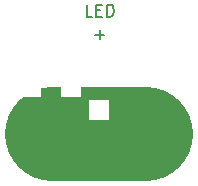
<source format=gto>
%TF.GenerationSoftware,KiCad,Pcbnew,4.0.5-e0-6337~49~ubuntu16.04.1*%
%TF.CreationDate,2017-02-14T01:36:01-08:00*%
%TF.ProjectId,2x2-LED-SMT-LIMITED,3278322D4C45442D534D542D4C494D49,1.0*%
%TF.FileFunction,Legend,Top*%
%FSLAX46Y46*%
G04 Gerber Fmt 4.6, Leading zero omitted, Abs format (unit mm)*
G04 Created by KiCad (PCBNEW 4.0.5-e0-6337~49~ubuntu16.04.1) date Tue Feb 14 01:36:01 2017*
%MOMM*%
%LPD*%
G01*
G04 APERTURE LIST*
%ADD10C,0.350000*%
%ADD11C,0.152400*%
%ADD12C,8.000000*%
%ADD13C,0.150000*%
%ADD14R,1.652400X1.752400*%
%ADD15R,1.752400X1.652400*%
G04 APERTURE END LIST*
D10*
D11*
X28455257Y-25250019D02*
X27971448Y-25250019D01*
X27971448Y-24234019D01*
X28793924Y-24717829D02*
X29132590Y-24717829D01*
X29277733Y-25250019D02*
X28793924Y-25250019D01*
X28793924Y-24234019D01*
X29277733Y-24234019D01*
X29713162Y-25250019D02*
X29713162Y-24234019D01*
X29955067Y-24234019D01*
X30100209Y-24282400D01*
X30196971Y-24379162D01*
X30245352Y-24475924D01*
X30293733Y-24669448D01*
X30293733Y-24814590D01*
X30245352Y-25008114D01*
X30196971Y-25104876D01*
X30100209Y-25201638D01*
X29955067Y-25250019D01*
X29713162Y-25250019D01*
D12*
X25045400Y-35204400D02*
X33045400Y-35204400D01*
D13*
X23339971Y-35893829D02*
X22614257Y-35893829D01*
X22614257Y-34369829D01*
X23847971Y-35095543D02*
X24355971Y-35095543D01*
X24573685Y-35893829D02*
X23847971Y-35893829D01*
X23847971Y-34369829D01*
X24573685Y-34369829D01*
X25226828Y-35893829D02*
X25226828Y-34369829D01*
X25589685Y-34369829D01*
X25807400Y-34442400D01*
X25952542Y-34587543D01*
X26025114Y-34732686D01*
X26097685Y-35022971D01*
X26097685Y-35240686D01*
X26025114Y-35530971D01*
X25952542Y-35676114D01*
X25807400Y-35821257D01*
X25589685Y-35893829D01*
X25226828Y-35893829D01*
X27549114Y-35893829D02*
X26678257Y-35893829D01*
X27113685Y-35893829D02*
X27113685Y-34369829D01*
X26968542Y-34587543D01*
X26823400Y-34732686D01*
X26678257Y-34805257D01*
X28727448Y-26766829D02*
X29489353Y-26766829D01*
X29108401Y-27147781D02*
X29108401Y-26385876D01*
%LPC*%
D14*
X23235400Y-31204400D03*
X26655400Y-31204400D03*
D15*
X29045400Y-33164400D03*
X29045400Y-29744400D03*
M02*

</source>
